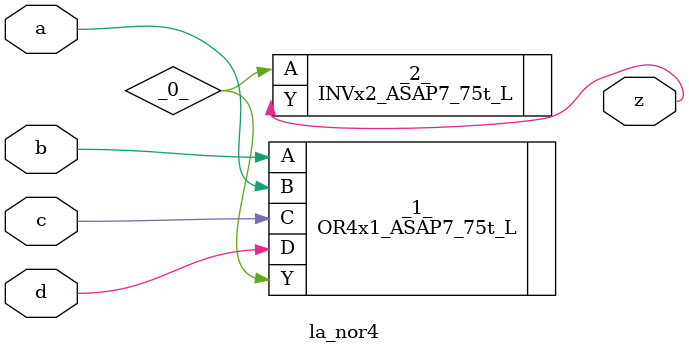
<source format=v>

/* Generated by Yosys 0.44 (git sha1 80ba43d26, g++ 11.4.0-1ubuntu1~22.04 -fPIC -O3) */

(* top =  1  *)
(* src = "generated" *)
module la_nor4 (
    a,
    b,
    c,
    d,
    z
);
  wire _0_;
  (* src = "generated" *)
  input a;
  wire a;
  (* src = "generated" *)
  input b;
  wire b;
  (* src = "generated" *)
  input c;
  wire c;
  (* src = "generated" *)
  input d;
  wire d;
  (* src = "generated" *)
  output z;
  wire z;
  OR4x1_ASAP7_75t_L _1_ (
      .A(b),
      .B(a),
      .C(c),
      .D(d),
      .Y(_0_)
  );
  INVx2_ASAP7_75t_L _2_ (
      .A(_0_),
      .Y(z)
  );
endmodule

</source>
